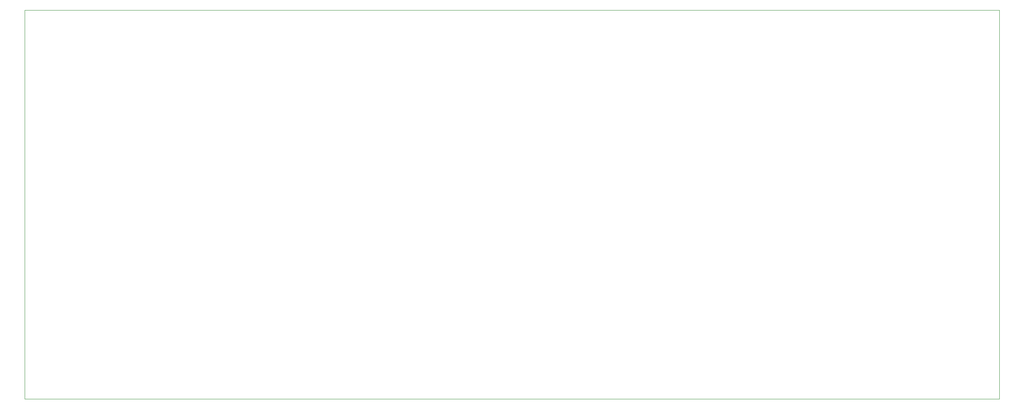
<source format=gbr>
G04 #@! TF.GenerationSoftware,KiCad,Pcbnew,5.1.4*
G04 #@! TF.CreationDate,2019-10-26T00:18:29-03:00*
G04 #@! TF.ProjectId,MCB19,4d434231-392e-46b6-9963-61645f706362,rev?*
G04 #@! TF.SameCoordinates,Original*
G04 #@! TF.FileFunction,Profile,NP*
%FSLAX46Y46*%
G04 Gerber Fmt 4.6, Leading zero omitted, Abs format (unit mm)*
G04 Created by KiCad (PCBNEW 5.1.4) date 2019-10-26 00:18:29*
%MOMM*%
%LPD*%
G04 APERTURE LIST*
%ADD10C,0.100000*%
G04 APERTURE END LIST*
D10*
X254000000Y-50500000D02*
X50000000Y-50500000D01*
X254000000Y-132000000D02*
X254000000Y-50500000D01*
X50000000Y-132000000D02*
X254000000Y-132000000D01*
X50000000Y-50500000D02*
X50000000Y-132000000D01*
M02*

</source>
